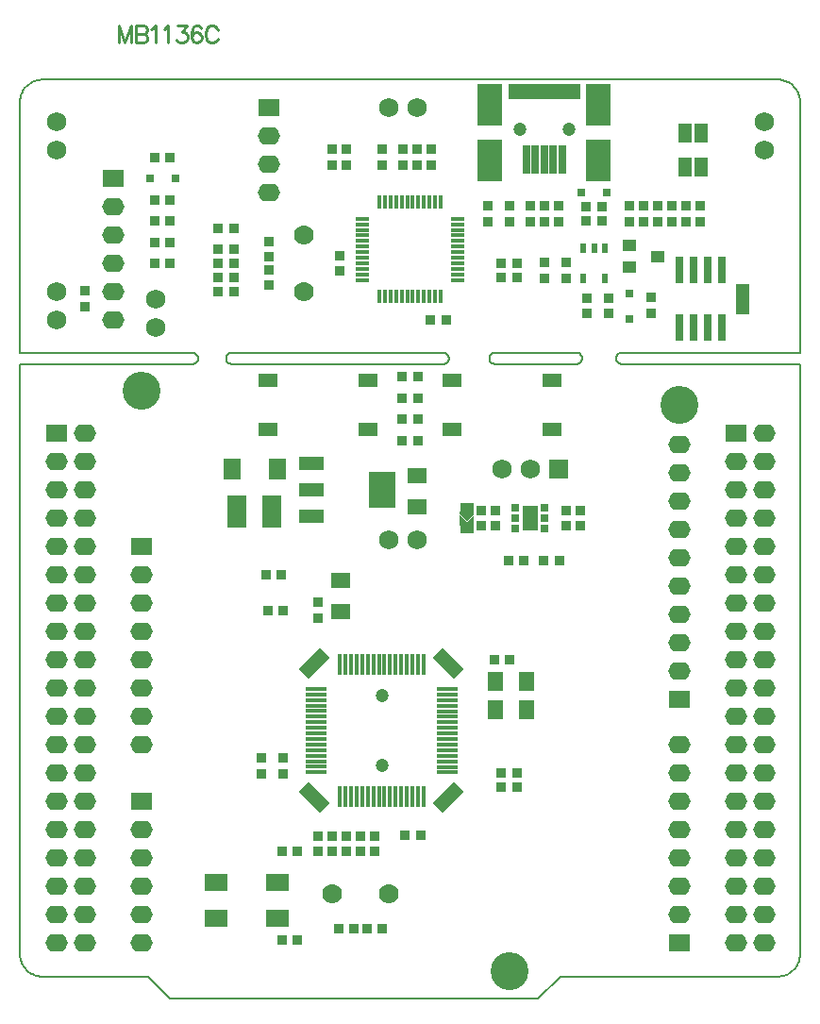
<source format=gbr>
%FSTAX23Y23*%
%MOIN*%
%SFA1B1*%

%IPPOS*%
%AMD94*
4,1,4,0.020900,-0.054300,0.054300,-0.020900,-0.020900,0.054300,-0.054300,0.020900,0.020900,-0.054300,0.0*
%
%AMD95*
4,1,4,-0.054300,-0.020900,-0.020900,-0.054300,0.054300,0.020900,0.020900,0.054300,-0.054300,-0.020900,0.0*
%
%ADD40C,0.005000*%
%ADD44C,0.010000*%
%ADD66R,0.051310X0.067060*%
%ADD67R,0.027690X0.025720*%
%ADD68R,0.055240X0.086740*%
%ADD69R,0.067060X0.118240*%
%ADD70R,0.086740X0.145790*%
%ADD71R,0.252100X0.055240*%
%ADD72R,0.028000X0.098550*%
%ADD73R,0.038000X0.038000*%
%ADD74R,0.024000X0.038000*%
%ADD75R,0.082800X0.059180*%
%ADD76R,0.068000X0.048000*%
%ADD77R,0.068000X0.058000*%
%ADD78R,0.031620X0.094610*%
%ADD79R,0.031620X0.094610*%
%ADD80R,0.088000X0.048000*%
%ADD81R,0.098000X0.128000*%
%ADD82R,0.048000X0.040000*%
%ADD83R,0.031620X0.025720*%
%ADD84R,0.038000X0.038000*%
%ADD85R,0.045400X0.043430*%
%ADD86R,0.045400X0.043430*%
%ADD87R,0.063120X0.072570*%
%ADD88R,0.025720X0.031620*%
%ADD89R,0.058000X0.068000*%
%ADD90R,0.015870X0.047370*%
%ADD91R,0.047370X0.015870*%
%ADD92R,0.074930X0.016660*%
%ADD93R,0.016660X0.074930*%
G04~CAMADD=94~9~0.0~0.0~473.7~1064.2~0.0~0.0~0~0.0~0.0~0.0~0.0~0~0.0~0.0~0.0~0.0~0~0.0~0.0~0.0~225.0~1086.0~1085.0*
%ADD94D94*%
G04~CAMADD=95~9~0.0~0.0~473.7~1064.2~0.0~0.0~0~0.0~0.0~0.0~0.0~0~0.0~0.0~0.0~0.0~0~0.0~0.0~0.0~135.0~1086.0~1085.0*
%ADD95D95*%
%ADD96O,0.078000X0.063000*%
%ADD97R,0.078000X0.063000*%
%ADD98C,0.068000*%
%ADD99R,0.068000X0.068000*%
%ADD100C,0.047370*%
%ADD101C,0.070000*%
%ADD102C,0.133980*%
%LNmb1136-1*%
%LPD*%
G36*
X01174Y01513D02*
X0115Y01489D01*
X01126Y01513*
Y01523*
X01174*
Y01513*
G37*
G36*
Y01473D02*
X01126D01*
Y01511*
X0115Y01487*
X01174Y01511*
Y01473*
G37*
G36*
X02149Y02288D02*
X02125Y02264D01*
X02101Y02288*
Y02298*
X02149*
Y02288*
G37*
G36*
Y02248D02*
X02101D01*
Y02286*
X02125Y02262*
X02149Y02286*
Y02248*
G37*
G54D40*
X0032Y02085D02*
D01*
X00318Y02084*
X00317Y02084*
X00315Y02084*
X00314Y02084*
X00313Y02083*
X00312Y02083*
X0031Y02082*
X00309Y02082*
X00308Y02081*
X00307Y0208*
X00306Y02079*
X00305Y02078*
X00304Y02077*
X00303Y02076*
X00303Y02075*
X00302Y02073*
X00301Y02072*
X00301Y02071*
X003Y0207*
X003Y02068*
X003Y02067*
X003Y02066*
Y02064*
X003Y02063*
X003Y02061*
X003Y0206*
X00301Y02059*
X00301Y02057*
X00302Y02056*
X00303Y02055*
X00303Y02054*
X00304Y02053*
X00305Y02052*
X00306Y02051*
X00307Y0205*
X00308Y02049*
X00309Y02048*
X0031Y02047*
X00312Y02047*
X00313Y02046*
X00314Y02046*
X00315Y02046*
X00317Y02045*
X00318Y02045*
X0032Y02045*
X0125Y02085D02*
D01*
X01248Y02084*
X01247Y02084*
X01245Y02084*
X01244Y02084*
X01243Y02083*
X01241Y02083*
X0124Y02082*
X01239Y02082*
X01238Y02081*
X01237Y0208*
X01236Y02079*
X01235Y02078*
X01234Y02077*
X01233Y02076*
X01232Y02075*
X01232Y02073*
X01231Y02072*
X01231Y02071*
X0123Y0207*
X0123Y02068*
X0123Y02067*
X0123Y02066*
Y02064*
X0123Y02063*
X0123Y02061*
X0123Y0206*
X01231Y02059*
X01231Y02057*
X01232Y02056*
X01232Y02055*
X01233Y02054*
X01234Y02053*
X01235Y02052*
X01236Y02051*
X01237Y0205*
X01238Y02049*
X01239Y02048*
X0124Y02047*
X01241Y02047*
X01243Y02046*
X01244Y02046*
X01245Y02046*
X01247Y02045*
X01248Y02045*
X0125Y02045*
X01538D02*
D01*
X01539Y02045*
X01541Y02045*
X01542Y02046*
X01544Y02046*
X01545Y02046*
X01546Y02047*
X01547Y02047*
X01549Y02048*
X0155Y02049*
X01551Y0205*
X01552Y02051*
X01553Y02052*
X01554Y02053*
X01554Y02054*
X01555Y02055*
X01556Y02056*
X01556Y02057*
X01557Y02059*
X01557Y0206*
X01557Y02061*
X01558Y02063*
X01558Y02064*
Y02066*
X01558Y02067*
X01557Y02068*
X01557Y0207*
X01557Y02071*
X01556Y02072*
X01556Y02073*
X01555Y02075*
X01554Y02076*
X01554Y02077*
X01553Y02078*
X01552Y02079*
X01551Y0208*
X0155Y02081*
X01549Y02082*
X01547Y02082*
X01546Y02083*
X01545Y02083*
X01544Y02084*
X01542Y02084*
X01541Y02084*
X01539Y02085*
X01538Y02085*
X01698D02*
D01*
X01696Y02084*
X01695Y02084*
X01693Y02084*
X01692Y02084*
X01691Y02083*
X0169Y02083*
X01688Y02082*
X01687Y02082*
X01686Y02081*
X01685Y0208*
X01684Y02079*
X01683Y02078*
X01682Y02077*
X01681Y02076*
X0168Y02075*
X0168Y02073*
X01679Y02072*
X01679Y02071*
X01678Y0207*
X01678Y02068*
X01678Y02067*
X01678Y02066*
Y02064*
X01678Y02063*
X01678Y02061*
X01678Y0206*
X01679Y02059*
X01679Y02057*
X0168Y02056*
X0168Y02055*
X01681Y02054*
X01682Y02053*
X01683Y02052*
X01684Y02051*
X01685Y0205*
X01686Y02049*
X01687Y02048*
X01688Y02047*
X0169Y02047*
X01691Y02046*
X01692Y02046*
X01693Y02046*
X01695Y02045*
X01696Y02045*
X01698Y02045*
X00182D02*
D01*
X00183Y02045*
X00185Y02045*
X00186Y02046*
X00187Y02046*
X00189Y02046*
X0019Y02047*
X00191Y02047*
X00192Y02048*
X00193Y02049*
X00194Y0205*
X00195Y02051*
X00196Y02052*
X00197Y02053*
X00198Y02054*
X00199Y02055*
X00199Y02056*
X002Y02057*
X00201Y02059*
X00201Y0206*
X00201Y02061*
X00201Y02063*
X00201Y02064*
Y02066*
X00201Y02067*
X00201Y02068*
X00201Y0207*
X00201Y02071*
X002Y02072*
X00199Y02073*
X00199Y02075*
X00198Y02076*
X00197Y02077*
X00196Y02078*
X00195Y02079*
X00194Y0208*
X00193Y02081*
X00192Y02082*
X00191Y02082*
X0019Y02083*
X00189Y02083*
X00187Y02084*
X00186Y02084*
X00185Y02084*
X00183Y02085*
X00182Y02085*
X01068Y02045D02*
D01*
X01069Y02045*
X0107Y02045*
X01072Y02046*
X01073Y02046*
X01074Y02046*
X01076Y02047*
X01077Y02047*
X01078Y02048*
X01079Y02049*
X0108Y0205*
X01081Y02051*
X01082Y02052*
X01083Y02053*
X01084Y02054*
X01085Y02055*
X01085Y02056*
X01086Y02057*
X01086Y02059*
X01087Y0206*
X01087Y02061*
X01087Y02063*
X01087Y02064*
Y02066*
X01087Y02067*
X01087Y02068*
X01087Y0207*
X01086Y02071*
X01086Y02072*
X01085Y02073*
X01085Y02075*
X01084Y02076*
X01083Y02077*
X01082Y02078*
X01081Y02079*
X0108Y0208*
X01079Y02081*
X01078Y02082*
X01077Y02082*
X01076Y02083*
X01074Y02083*
X01073Y02084*
X01072Y02084*
X0107Y02084*
X01069Y02085*
X01068Y02085*
X-00349Y03049D02*
D01*
X-00354Y03049*
X-0036Y03048*
X-00365Y03047*
X-0037Y03046*
X-00376Y03044*
X-00381Y03042*
X-00386Y0304*
X-0039Y03037*
X-00395Y03034*
X-00399Y03031*
X-00403Y03027*
X-00407Y03023*
X-00411Y03019*
X-00414Y03014*
X-00417Y0301*
X-00419Y03005*
X-00422Y03*
X-00424Y02995*
X-00425Y02989*
X-00426Y02984*
X-00427Y02979*
X-00427Y02973*
X-00427Y0297*
Y-0004D02*
D01*
X-00427Y-00046*
X-00427Y-00051*
X-00426Y-00057*
X-00424Y-00062*
X-00423Y-00067*
X-00421Y-00072*
X-00418Y-00077*
X-00415Y-00082*
X-00412Y-00087*
X-00409Y-00091*
X-00405Y-00095*
X-00401Y-00099*
X-00397Y-00102*
X-00393Y-00106*
X-00388Y-00109*
X-00383Y-00111*
X-00378Y-00113*
X-00373Y-00115*
X-00368Y-00117*
X-00362Y-00118*
X-00357Y-00119*
X-00351Y-00119*
X-00349Y-00119*
X02327Y0297D02*
D01*
X02327Y02976*
X02327Y02981*
X02326Y02987*
X02324Y02992*
X02323Y02997*
X02321Y03002*
X02318Y03007*
X02315Y03012*
X02312Y03017*
X02309Y03021*
X02305Y03025*
X02301Y03029*
X02297Y03032*
X02293Y03036*
X02288Y03039*
X02283Y03041*
X02278Y03043*
X02273Y03045*
X02268Y03047*
X02262Y03048*
X02257Y03049*
X02251Y03049*
X02249Y03049*
Y-00119D02*
D01*
X02254Y-00119*
X0226Y-00118*
X02265Y-00117*
X0227Y-00116*
X02276Y-00114*
X02281Y-00112*
X02286Y-0011*
X0229Y-00107*
X02295Y-00104*
X02299Y-00101*
X02303Y-00097*
X02307Y-00093*
X02311Y-00089*
X02314Y-00084*
X02317Y-0008*
X02319Y-00075*
X02322Y-0007*
X02324Y-00065*
X02325Y-00059*
X02326Y-00054*
X02327Y-00049*
X02327Y-00043*
X02327Y-0004*
X01402Y-00198D02*
X01481Y-00119D01*
X01402Y-00198D02*
D01*
X00103D02*
X01402D01*
X00024Y-00119D02*
X00103Y-00198D01*
X00019Y-00119D02*
X00024D01*
X0148D02*
X02249D01*
X0125Y02045D02*
X01538D01*
X0125Y02085D02*
X01538D01*
X-00349Y03049D02*
X02249D01*
X-00349Y-00119D02*
X00019D01*
X-00427Y02085D02*
X00182D01*
X-00427Y02045D02*
X00182D01*
X0032D02*
X01068D01*
X0032Y02085D02*
X01068D01*
X01698Y02045D02*
X02327D01*
X01698Y02085D02*
X02327D01*
X-00427Y-0004D02*
Y02045D01*
Y02085D02*
Y0297D01*
X02327Y-0004D02*
Y02045D01*
Y02085D02*
Y0297D01*
G54D44*
X-0008Y03239D02*
Y0318D01*
Y03239D02*
X-00057Y0318D01*
X-00034Y03239D02*
X-00057Y0318D01*
X-00034Y03239D02*
Y0318D01*
X-00017Y03239D02*
Y0318D01*
Y03239D02*
X00008D01*
X00017Y03237*
X00019Y03234*
X00022Y03228*
Y03222*
X00019Y03217*
X00017Y03214*
X00008Y03211*
X-00017D02*
X00008D01*
X00017Y03208*
X00019Y03205*
X00022Y032*
Y03191*
X00019Y03185*
X00017Y03182*
X00008Y0318*
X-00017*
X00036Y03228D02*
X00041Y03231D01*
X0005Y03239*
Y0318*
X0008Y03228D02*
X00085Y03231D01*
X00094Y03239*
Y0318*
X00129Y03239D02*
X00161D01*
X00144Y03217*
X00152*
X00158Y03214*
X00161Y03211*
X00164Y03202*
Y03197*
X00161Y03188*
X00155Y03182*
X00147Y0318*
X00138*
X00129Y03182*
X00127Y03185*
X00124Y03191*
X00211Y03231D02*
X00209Y03237D01*
X002Y03239*
X00194*
X00186Y03237*
X0018Y03228*
X00177Y03214*
Y032*
X0018Y03188*
X00186Y03182*
X00194Y0318*
X00197*
X00206Y03182*
X00211Y03188*
X00214Y03197*
Y032*
X00211Y03208*
X00206Y03214*
X00197Y03217*
X00194*
X00186Y03214*
X0018Y03208*
X00177Y032*
X0027Y03225D02*
X00267Y03231D01*
X00262Y03237*
X00256Y03239*
X00245*
X00239Y03237*
X00233Y03231*
X0023Y03225*
X00227Y03217*
Y03202*
X0023Y03194*
X00233Y03188*
X00239Y03182*
X00245Y0318*
X00256*
X00262Y03182*
X00267Y03188*
X0027Y03194*
G54D66*
X01979Y02859D03*
Y0274D03*
X0192D03*
Y02859D03*
G54D67*
X01323Y01537D03*
Y015D03*
X01426Y01537D03*
Y01462D03*
Y015D03*
X01323Y01462D03*
G54D68*
X01375Y015D03*
G54D69*
X00338Y01525D03*
X00461D03*
G54D70*
X01615Y02961D03*
X01233D03*
X01615Y02764D03*
X01233D03*
G54D71*
X01425Y03006D03*
G54D72*
X01361Y02766D03*
X01393D03*
X01424D03*
X01456D03*
X01487D03*
G54D73*
X01272Y0055D03*
X01327D03*
X01297Y0135D03*
X01352D03*
X01272Y006D03*
X01327D03*
X00447Y01175D03*
X00502D03*
X01327Y0235D03*
X01272D03*
X00327Y023D03*
X00272D03*
X00327Y0235D03*
X00272D03*
X01327Y024D03*
X01272D03*
X00272Y0245D03*
X00327D03*
X00102Y024D03*
X00047D03*
X00102Y02475D03*
X00047D03*
X00102Y0255D03*
X00047D03*
X00102Y02625D03*
X00047D03*
X00327Y02525D03*
X00272D03*
X00102Y02775D03*
X00047D03*
X00977Y01925D03*
X00922D03*
X00977Y01775D03*
X00922D03*
X01422Y0135D03*
X01477D03*
X0044Y01299D03*
X00495D03*
X00987Y0038D03*
X00932D03*
X01303Y01D03*
X01248D03*
X00977Y02D03*
X00922D03*
X00797Y0005D03*
X00852D03*
X00752D03*
X00697D03*
X00552Y0001D03*
X00497D03*
X00922Y0185D03*
X00977D03*
X00552Y00325D03*
X00497D03*
X01627Y0255D03*
X01572D03*
X01627Y026D03*
X01572D03*
X01077Y022D03*
X01022D03*
X00327Y024D03*
X00272D03*
G54D74*
X01637Y02453D03*
X01562D03*
X016D03*
X01562Y02346D03*
X01637D03*
G54D75*
X00266Y00087D03*
Y00212D03*
X00483D03*
Y00087D03*
G54D76*
X01097Y01812D03*
Y01987D03*
X01452D03*
Y01812D03*
X00802Y01987D03*
Y01812D03*
X00447D03*
Y01987D03*
G54D77*
X00705Y01171D03*
Y01281D03*
X00975Y0165D03*
Y0154D03*
G54D78*
X0205Y02172D03*
X019Y02377D03*
X02Y02172D03*
X0195D03*
X02Y02377D03*
X0195D03*
X019Y02172D03*
G54D79*
X0205Y02377D03*
G54D80*
X006Y016D03*
Y01507D03*
Y01693D03*
G54D81*
X0085Y016D03*
G54D82*
X0115Y01466D03*
Y01533D03*
X02125Y02241D03*
Y02308D03*
G54D83*
X01555Y0265D03*
X01645D03*
X0003Y027D03*
X0012D03*
G54D84*
X01775Y02602D03*
Y02547D03*
X0155Y01472D03*
Y01527D03*
X01725Y02547D03*
Y02602D03*
X01825Y02547D03*
Y02602D03*
X00925Y02747D03*
Y02802D03*
X013Y02547D03*
Y02602D03*
X01425Y02547D03*
Y02602D03*
X01475Y02547D03*
Y02602D03*
X01375Y02547D03*
Y02602D03*
X01875Y02547D03*
Y02602D03*
X01925D03*
Y02547D03*
X01975Y02602D03*
Y02547D03*
X00675Y02747D03*
Y02802D03*
X00625Y00322D03*
Y00377D03*
X00775Y00322D03*
Y00377D03*
X018Y0228D03*
Y02225D03*
X00425Y00652D03*
Y00597D03*
X00825Y00322D03*
Y00377D03*
X00725D03*
Y00322D03*
X00675Y00377D03*
Y00322D03*
X00725Y02747D03*
Y02802D03*
X00975D03*
Y02747D03*
X01025D03*
Y02802D03*
X0125Y01472D03*
Y01527D03*
X015Y01472D03*
Y01527D03*
X012Y01472D03*
Y01527D03*
X00625Y01202D03*
Y01147D03*
X005Y00652D03*
Y00597D03*
X01575Y02277D03*
Y02222D03*
X015Y02347D03*
Y02402D03*
X0165Y02277D03*
Y02222D03*
X007Y02372D03*
Y02427D03*
X0085Y02747D03*
Y02802D03*
X01225Y02547D03*
Y02602D03*
X01425Y02347D03*
Y02402D03*
X0045Y02422D03*
Y02477D03*
Y02377D03*
Y02322D03*
X-002Y02302D03*
Y02247D03*
G54D85*
X01725Y02462D03*
X01824Y02425D03*
G54D86*
X01725Y02387D03*
G54D87*
X0032Y01675D03*
X0048D03*
G54D88*
X01725Y02205D03*
Y02295D03*
G54D89*
X0125Y00925D03*
X0136D03*
X0125Y00825D03*
X0136D03*
G54D90*
X00959Y02617D03*
X00979D03*
X01038D03*
X01018D03*
X00999D03*
X00959Y02282D03*
X00861Y02617D03*
X00979Y02282D03*
X01038D03*
X00861D03*
X0092Y02617D03*
X01058D03*
X00881Y02282D03*
X0092D03*
X009D03*
X00841D03*
X0094D03*
X00841Y02617D03*
X00881D03*
X00999Y02282D03*
X0094Y02617D03*
X009D03*
X01018Y02282D03*
X01058D03*
G54D91*
X00782Y02381D03*
Y0242D03*
X01117Y02538D03*
X00782Y02499D03*
Y02361D03*
X01117Y0244D03*
X00782Y02518D03*
Y02538D03*
X01117Y0242D03*
X00782Y02479D03*
Y02459D03*
X01117Y02518D03*
X00782Y0244D03*
X01117Y02361D03*
Y02381D03*
Y02341D03*
X00782D03*
X01117Y02479D03*
Y02499D03*
Y024D03*
Y02459D03*
X00782Y02558D03*
Y024D03*
X01117Y02558D03*
G54D92*
X00617Y00897D03*
Y00681D03*
X01082Y00858D03*
Y00838D03*
X00617Y00878D03*
Y00602D03*
Y00622D03*
Y00641D03*
Y00661D03*
Y007D03*
Y0072D03*
Y0074D03*
Y00759D03*
Y00779D03*
Y00799D03*
Y00819D03*
Y00838D03*
Y00858D03*
X01082Y00897D03*
Y00877D03*
Y00818D03*
Y00799D03*
Y00779D03*
Y00759D03*
Y0074D03*
Y0072D03*
Y007D03*
Y0068D03*
Y00661D03*
Y00641D03*
Y00621D03*
Y00602D03*
G54D93*
X00702Y00517D03*
X00722D03*
X0084D03*
X00899D03*
X00859D03*
X00702Y00982D03*
X00722D03*
X00741D03*
X00761D03*
X00781D03*
X008D03*
X0082D03*
X0084D03*
X00859D03*
X00879D03*
X00899D03*
X00919D03*
X00938D03*
X00958D03*
X00978D03*
X00997D03*
Y00517D03*
X00978D03*
X00958D03*
X00938D03*
X00919D03*
X00879D03*
X0082D03*
X008D03*
X00781D03*
X00761D03*
X00741D03*
G54D94*
X01086Y00986D03*
X00613Y00513D03*
G54D95*
X01086Y00513D03*
X00613Y00986D03*
G54D96*
X0045Y0265D03*
Y0275D03*
Y0285D03*
X-001Y025D03*
Y023D03*
Y026D03*
Y024D03*
Y022D03*
X0Y0D03*
Y002D03*
Y001D03*
Y004D03*
Y003D03*
Y012D03*
Y007D03*
Y008D03*
Y009D03*
Y01D03*
Y013D03*
Y011D03*
X019Y003D03*
Y001D03*
Y004D03*
Y005D03*
Y006D03*
Y007D03*
Y002D03*
Y0096D03*
Y0106D03*
Y0116D03*
Y0126D03*
Y0156D03*
Y0136D03*
Y0176D03*
Y0166D03*
Y0146D03*
X-002Y018D03*
Y006D03*
Y007D03*
Y008D03*
Y01D03*
Y011D03*
Y012D03*
Y013D03*
Y014D03*
Y015D03*
Y002D03*
Y0D03*
Y001D03*
Y016D03*
Y017D03*
Y005D03*
Y003D03*
Y004D03*
Y009D03*
X-003D03*
Y004D03*
Y003D03*
Y005D03*
Y017D03*
Y016D03*
Y001D03*
Y0D03*
Y002D03*
Y015D03*
Y014D03*
Y013D03*
Y012D03*
Y011D03*
Y01D03*
Y008D03*
Y007D03*
Y006D03*
X021D03*
Y007D03*
Y008D03*
Y01D03*
Y011D03*
Y012D03*
Y013D03*
Y014D03*
Y015D03*
Y002D03*
Y0D03*
Y001D03*
Y016D03*
Y017D03*
Y005D03*
Y003D03*
Y004D03*
Y009D03*
X022D03*
Y004D03*
Y003D03*
Y005D03*
Y017D03*
Y016D03*
Y001D03*
Y0D03*
Y002D03*
Y015D03*
Y014D03*
Y013D03*
Y012D03*
Y011D03*
Y01D03*
Y008D03*
Y007D03*
Y006D03*
Y018D03*
G54D97*
X0045Y0295D03*
X-001Y027D03*
X0Y005D03*
Y014D03*
X019Y0D03*
Y0086D03*
X-003Y018D03*
X021D03*
G54D98*
X01275Y01675D03*
X01375D03*
X-003Y029D03*
Y028D03*
Y023D03*
Y022D03*
X022Y028D03*
Y029D03*
X0005Y02275D03*
Y02175D03*
X00975Y0295D03*
X00875D03*
X00975Y01425D03*
X00875D03*
G54D99*
X01475Y01675D03*
G54D100*
X01338Y02875D03*
X01511D03*
X0085Y00627D03*
Y00872D03*
G54D101*
X00875Y00175D03*
X00675D03*
X00575Y02499D03*
Y02299D03*
G54D102*
X019Y019D03*
X013Y-001D03*
X0Y0195D03*
M02*
</source>
